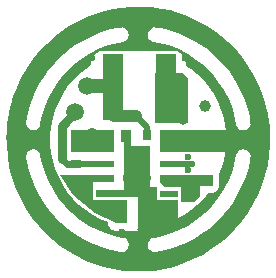
<source format=gtl>
%FSDAX44Y44*%
%MOMM*%
%SFA1B1*%

%IPPOS*%
%ADD10C,0.299999*%
%ADD11R,1.499997X0.599999*%
%ADD12R,2.199996X2.999994*%
%ADD13R,1.699997X5.699989*%
%ADD14R,0.799998X0.899998*%
%ADD15R,0.799998X0.899998*%
%ADD16R,0.899998X1.799996*%
%ADD17R,1.799996X0.899998*%
%ADD18R,0.899998X0.799998*%
%ADD19R,0.899998X0.799998*%
%ADD20C,0.507999*%
%ADD21C,0.761998*%
%ADD22C,1.207998*%
%ADD23C,0.634999*%
%ADD24C,1.015998*%
%ADD25C,1.499997*%
%ADD26C,0.599999*%
%ADD27C,0.999998*%
%ADD28C,1.199998*%
%ADD29C,0.799998*%
%LNTop-1*%
%LPD*%
G36*
X00789272Y00866147D02*
X00797931Y00864782D01*
X00806457Y00862742*
X00814797Y00860038*
X00822898Y00856689*
X00830712Y00852713*
X00838189Y00848137*
X00845284Y00842987*
X00851953Y00837297*
X00858154Y00831101*
X00863850Y00824436*
X00869005Y00817346*
X00873588Y00809872*
X00877570Y00802062*
X00880926Y00793963*
X00883637Y00785626*
X00885685Y00777102*
X00887057Y00768444*
X00887745Y00759704*
Y00755615*
Y00750683*
X00887057Y00741943*
X00885685Y00733285*
X00883637Y00724761*
X00880926Y00716423*
X00877570Y00708325*
X00873588Y00700515*
X00869005Y00693041*
X00863850Y00685951*
X00858154Y00679286*
X00851953Y00673090*
X00845284Y00667400*
X00838189Y00662250*
X00830712Y00657674*
X00822898Y00653698*
X00814797Y00650349*
X00806457Y00647645*
X00797931Y00645605*
X00789272Y00644240*
X00780532Y00643559*
X00776148Y00643562*
X00772000Y00643566*
X00763727Y00644189*
X00755524Y00645425*
X00747435Y00647268*
X00739505Y00649706*
X00731778Y00652727*
X00724297Y00656313*
X00717103Y00660446*
X00710236Y00665101*
X00703734Y00670254*
X00697633Y00675876*
X00691967Y00681935*
X00689366Y00685167*
X00686402Y00688851*
X00681118Y00696696*
X00676517Y00704960*
X00672633Y00713584*
X00669492Y00722506*
X00667119Y00731662*
X00665529Y00740985*
X00664734Y00750410*
X00664737Y00755193*
X00664734Y00759977*
X00665529Y00769402*
X00667119Y00778725*
X00669492Y00787881*
X00672633Y00796803*
X00676517Y00805427*
X00681118Y00813691*
X00686402Y00821535*
X00689366Y00825220*
X00691967Y00828452*
X00697633Y00834511*
X00703734Y00840133*
X00710236Y00845286*
X00717103Y00849941*
X00724297Y00854075*
X00731778Y00857660*
X00739505Y00860681*
X00747435Y00863119*
X00755524Y00864961*
X00763727Y00866198*
X00772000Y00866821*
X00775620Y00866824*
X00776148*
X00780532Y00866828*
X00789272Y00866147*
G37*
%LNTop-2*%
%LPC*%
G36*
X00865213Y00746933D02*
X00865006Y00746887D01*
X00864797Y00746925*
X00862884Y00746510*
X00862709Y00746389*
X00862502Y00746345*
X00860886Y00745239*
X00860770Y00745062*
X00860594Y00744943*
X00859515Y00743310*
X00859475Y00743102*
X00859357Y00742925*
X00859182Y00742055*
X00859117Y00741954*
X00858314Y00737616*
X00856036Y00729107*
X00852884Y00720895*
X00848891Y00713060*
X00844100Y00705685*
X00838563Y00698853*
X00832341Y00692637*
X00825503Y00687106*
X00818124Y00682322*
X00810285Y00678336*
X00802071Y00675193*
X00793560Y00672922*
X00789220Y00672123*
X00788978Y00671966*
X00788252Y00671821*
X00788076Y00671703*
X00787868Y00671663*
X00786235Y00670583*
X00786116Y00670408*
X00785938Y00670292*
X00784833Y00668676*
X00784789Y00668469*
X00784668Y00668294*
X00784254Y00666381*
X00784291Y00666172*
X00784245Y00665965*
X00784582Y00664037*
X00784696Y00663858*
X00784731Y00663649*
X00785771Y00661990*
X00785944Y00661867*
X00786055Y00661686*
X00787644Y00660542*
X00787850Y00660493*
X00788022Y00660368*
X00789924Y00659907*
X00790134Y00659940*
X00790339Y00659889*
X00791308Y00660034*
X00791312Y00660037*
X00791317Y00660035*
X00795001Y00660620*
X00795039Y00660644*
X00795084Y00660637*
X00802338Y00662381*
X00802374Y00662408*
X00802420Y00662404*
X00809514Y00664712*
X00809549Y00664741*
X00809594*
X00816486Y00667598*
X00816518Y00667630*
X00816563Y00667633*
X00823210Y00671022*
X00823239Y00671056*
X00823284Y00671063*
X00829644Y00674962*
X00829671Y00674999*
X00829715Y00675009*
X00835750Y00679395*
X00835774Y00679434*
X00835817Y00679448*
X00841489Y00684293*
X00841510Y00684333*
X00841552Y00684351*
X00846827Y00689626*
X00846844Y00689668*
X00846885Y00689688*
X00851730Y00695361*
X00851744Y00695404*
X00851783Y00695428*
X00856169Y00701463*
X00856179Y00701507*
X00856216Y00701534*
X00860115Y00707894*
X00860122Y00707939*
X00860156Y00707968*
X00863545Y00714615*
X00863548Y00714660*
X00863580Y00714692*
X00866437Y00721584*
Y00721629*
X00866466Y00721664*
X00868774Y00728759*
X00868770Y00728804*
X00868797Y00728840*
X00870541Y00736094*
X00870534Y00736139*
X00870558Y00736177*
X00871143Y00739861*
X00871141Y00739866*
X00871144Y00739871*
X00871289Y00740838*
X00871238Y00741045*
X00871271Y00741254*
X00870810Y00743157*
X00870685Y00743328*
X00870636Y00743534*
X00869491Y00745123*
X00869311Y00745234*
X00869188Y00745407*
X00867529Y00746447*
X00867320Y00746482*
X00867141Y00746596*
X00865213Y00746933*
G37*
G36*
X00687285D02*
X00685357Y00746596D01*
X00685178Y00746482*
X00684969Y00746447*
X00683310Y00745407*
X00683187Y00745234*
X00683007Y00745123*
X00681863Y00743534*
X00681813Y00743328*
X00681688Y00743157*
X00681228Y00741254*
X00681260Y00741045*
X00681209Y00740838*
X00681355Y00739871*
X00681357Y00739866*
X00681355Y00739861*
X00681940Y00736177*
X00681964Y00736139*
X00681957Y00736094*
X00683701Y00728840*
X00683728Y00728804*
X00683724Y00728759*
X00686032Y00721664*
X00686061Y00721629*
Y00721584*
X00688918Y00714692*
X00688950Y00714660*
X00688953Y00714615*
X00692342Y00707968*
X00692376Y00707939*
X00692383Y00707894*
X00696282Y00701534*
X00696319Y00701507*
X00696329Y00701463*
X00700715Y00695428*
X00700754Y00695404*
X00700768Y00695361*
X00705613Y00689688*
X00705654Y00689668*
X00705671Y00689626*
X00710946Y00684351*
X00710988Y00684333*
X00711009Y00684293*
X00716681Y00679448*
X00716724Y00679434*
X00716748Y00679395*
X00722783Y00675009*
X00722827Y00674999*
X00722854Y00674962*
X00729214Y00671063*
X00729259Y00671056*
X00729288Y00671022*
X00735935Y00667633*
X00735980Y00667630*
X00736012Y00667598*
X00742904Y00664741*
X00742950*
X00742984Y00664712*
X00750078Y00662404*
X00750124Y00662408*
X00750160Y00662381*
X00757414Y00660637*
X00757459Y00660644*
X00757497Y00660620*
X00761181Y00660035*
X00761186Y00660037*
X00761190Y00660034*
X00762159Y00659889*
X00762364Y00659940*
X00762574Y00659907*
X00764476Y00660368*
X00764648Y00660493*
X00764854Y00660542*
X00766443Y00661686*
X00766554Y00661867*
X00766727Y00661990*
X00767767Y00663649*
X00767802Y00663858*
X00767916Y00664037*
X00768253Y00665965*
X00768207Y00666172*
X00768244Y00666381*
X00767830Y00668294*
X00767709Y00668469*
X00767665Y00668676*
X00766560Y00670292*
X00766382Y00670408*
X00766263Y00670583*
X00764630Y00671663*
X00764422Y00671703*
X00764246Y00671821*
X00763520Y00671966*
X00763278Y00672123*
X00758938Y00672922*
X00750427Y00675193*
X00742213Y00678336*
X00734374Y00682322*
X00726995Y00687106*
X00720157Y00692637*
X00713935Y00698852*
X00708398Y00705685*
X00703607Y00713060*
X00699614Y00720895*
X00696462Y00729107*
X00694184Y00737616*
X00693381Y00741954*
X00693316Y00742055*
X00693141Y00742925*
X00693023Y00743102*
X00692983Y00743310*
X00691904Y00744943*
X00691728Y00745062*
X00691612Y00745239*
X00689996Y00746345*
X00689789Y00746389*
X00689614Y00746510*
X00687701Y00746925*
X00687492Y00746887*
X00687285Y00746933*
G37*
G36*
X00762159Y00850109D02*
X00761190Y00849964D01*
X00761186Y00849961*
X00761181Y00849963*
X00757497Y00849378*
X00757459Y00849354*
X00757414Y00849361*
X00750160Y00847617*
X00750124Y00847590*
X00750078Y00847594*
X00742984Y00845286*
X00742950Y00845257*
X00742904*
X00736012Y00842400*
X00735980Y00842368*
X00735935Y00842365*
X00729288Y00838976*
X00729259Y00838942*
X00729214Y00838935*
X00722854Y00835036*
X00722827Y00834999*
X00722783Y00834989*
X00716748Y00830603*
X00716724Y00830564*
X00716681Y00830550*
X00711009Y00825705*
X00710988Y00825665*
X00710946Y00825647*
X00705671Y00820372*
X00705654Y00820330*
X00705613Y00820309*
X00700768Y00814637*
X00700754Y00814594*
X00700715Y00814570*
X00696329Y00808535*
X00696319Y00808491*
X00696282Y00808464*
X00692383Y00802104*
X00692376Y00802059*
X00692342Y00802029*
X00688953Y00795383*
X00688950Y00795338*
X00688918Y00795306*
X00686061Y00788414*
Y00788369*
X00686032Y00788334*
X00683724Y00781239*
X00683728Y00781194*
X00683701Y00781158*
X00681957Y00773904*
X00681964Y00773859*
X00681940Y00773821*
X00681355Y00770137*
X00681357Y00770132*
X00681355Y00770128*
X00681209Y00769160*
X00681260Y00768954*
X00681228Y00768744*
X00681688Y00766841*
X00681813Y00766670*
X00681863Y00766464*
X00683007Y00764875*
X00683187Y00764764*
X00683310Y00764591*
X00684969Y00763551*
X00685178Y00763516*
X00685357Y00763402*
X00687285Y00763065*
X00687492Y00763111*
X00687701Y00763073*
X00689614Y00763488*
X00689789Y00763609*
X00689996Y00763653*
X00691612Y00764758*
X00691728Y00764936*
X00691904Y00765055*
X00692983Y00766688*
X00693023Y00766896*
X00693141Y00767073*
X00693316Y00767943*
X00693381Y00768044*
X00694184Y00772383*
X00696462Y00780892*
X00699614Y00789103*
X00703607Y00796938*
X00708398Y00804313*
X00713935Y00811145*
X00720157Y00817361*
X00726995Y00822892*
X00734374Y00827676*
X00742213Y00831662*
X00750427Y00834805*
X00758938Y00837076*
X00763278Y00837875*
X00763520Y00838032*
X00764246Y00838177*
X00764422Y00838295*
X00764630Y00838335*
X00766263Y00839414*
X00766382Y00839590*
X00766560Y00839706*
X00767665Y00841322*
X00767709Y00841529*
X00767830Y00841704*
X00768244Y00843617*
X00768207Y00843826*
X00768253Y00844033*
X00767916Y00845961*
X00767802Y00846140*
X00767767Y00846349*
X00766727Y00848008*
X00766554Y00848131*
X00766443Y00848312*
X00764854Y00849456*
X00764648Y00849505*
X00764476Y00849630*
X00762574Y00850091*
X00762364Y00850058*
X00762159Y00850109*
G37*
G36*
X00776123Y00831038D02*
X00775654Y00830564D01*
X00746580*
X00744027Y00829988*
X00741663Y00828864*
X00739605Y00827248*
X00737952Y00825218*
X00736787Y00822875*
X00736167Y00820332*
X00736127Y00818117*
X00731608Y00815073*
X00725986Y00810428*
X00720845Y00805256*
X00716235Y00799605*
X00712199Y00793531*
X00708776Y00787091*
X00706000Y00780347*
X00703896Y00773364*
X00702485Y00766209*
X00701780Y00758952*
X00701705Y00755744*
X00701435Y00755190*
X00701705Y00754625*
X00701780Y00751436*
X00702485Y00744177*
X00703896Y00737022*
X00706000Y00730040*
X00708776Y00723296*
X00712199Y00716856*
X00716235Y00710782*
X00720845Y00705131*
X00725986Y00699959*
X00731608Y00695313*
X00737657Y00691240*
X00744076Y00687778*
X00750373Y00685140*
Y00684295*
X00750642Y00682942*
X00751170Y00681668*
X00751935Y00680522*
X00752911Y00679547*
X00754057Y00678781*
X00755331Y00678253*
X00756683Y00677984*
X00776299*
Y00678388*
X00775511Y00678942*
Y00679239*
X00775652Y00679819*
X00775950Y00680501*
X00776299*
Y00706249*
X00740749*
Y00712499*
X00764249*
Y00752999*
X00761499*
Y00763499*
X00769749*
Y00750062*
X00786249*
Y00714999*
X00792499*
Y00703749*
X00809749*
Y00688559*
X00814653Y00691197*
X00820707Y00695263*
X00826334Y00699902*
X00831480Y00705069*
X00835513Y00709999*
X00838229*
X00839582Y00710268*
X00840856Y00710796*
X00842002Y00711562*
X00842977Y00712537*
X00843743Y00713683*
X00844271Y00714957*
X00844540Y00716310*
Y00725568*
X00846354Y00729959*
X00848466Y00736939*
X00849885Y00744093*
X00849925Y00744499*
X00794749*
Y00763499*
X00850160*
X00849885Y00766295*
X00848466Y00773448*
X00846354Y00780428*
X00843570Y00787168*
X00840140Y00793604*
X00836097Y00799673*
X00831480Y00805319*
X00826334Y00810485*
X00820707Y00815124*
X00816855Y00817711*
X00816856Y00817715*
X00816810Y00820332*
X00816189Y00822875*
X00815024Y00825218*
X00813372Y00827248*
X00811313Y00828864*
X00808949Y00829988*
X00806396Y00830564*
X00776645*
X00776344Y00830751*
X00776123Y00831038*
G37*
G36*
X00790339Y00850109D02*
X00790134Y00850058D01*
X00789924Y00850091*
X00788022Y00849630*
X00787850Y00849505*
X00787644Y00849456*
X00786055Y00848312*
X00785944Y00848131*
X00785771Y00848008*
X00784731Y00846349*
X00784696Y00846140*
X00784582Y00845961*
X00784245Y00844033*
X00784291Y00843826*
X00784254Y00843617*
X00784668Y00841704*
X00784789Y00841529*
X00784833Y00841322*
X00785938Y00839706*
X00786116Y00839590*
X00786235Y00839414*
X00787868Y00838335*
X00788076Y00838295*
X00788252Y00838177*
X00788978Y00838032*
X00789220Y00837875*
X00793560Y00837076*
X00802071Y00834805*
X00810285Y00831662*
X00818124Y00827676*
X00825503Y00822892*
X00832341Y00817361*
X00838563Y00811146*
X00844100Y00804313*
X00848891Y00796938*
X00852884Y00789103*
X00856036Y00780892*
X00858314Y00772383*
X00859117Y00768044*
X00859182Y00767943*
X00859357Y00767073*
X00859475Y00766896*
X00859515Y00766688*
X00860594Y00765055*
X00860770Y00764936*
X00860886Y00764758*
X00862502Y00763653*
X00862709Y00763609*
X00862884Y00763488*
X00864797Y00763073*
X00865006Y00763111*
X00865213Y00763065*
X00867141Y00763402*
X00867320Y00763516*
X00867529Y00763551*
X00869188Y00764591*
X00869311Y00764764*
X00869491Y00764875*
X00870636Y00766464*
X00870685Y00766670*
X00870810Y00766841*
X00871271Y00768744*
X00871238Y00768954*
X00871289Y00769160*
X00871144Y00770128*
X00871141Y00770132*
X00871143Y00770137*
X00870558Y00773821*
X00870534Y00773859*
X00870541Y00773904*
X00868797Y00781158*
X00868770Y00781194*
X00868774Y00781239*
X00866466Y00788334*
X00866437Y00788369*
Y00788414*
X00863580Y00795306*
X00863548Y00795338*
X00863545Y00795383*
X00860156Y00802029*
X00860122Y00802059*
X00860115Y00802104*
X00856216Y00808464*
X00856179Y00808491*
X00856169Y00808535*
X00851783Y00814570*
X00851744Y00814594*
X00851730Y00814637*
X00846885Y00820309*
X00846844Y00820330*
X00846827Y00820372*
X00841552Y00825647*
X00841510Y00825665*
X00841489Y00825705*
X00835817Y00830550*
X00835774Y00830564*
X00835750Y00830603*
X00829715Y00834989*
X00829671Y00834999*
X00829644Y00835036*
X00823284Y00838935*
X00823239Y00838942*
X00823210Y00838976*
X00816563Y00842365*
X00816518Y00842368*
X00816486Y00842400*
X00809594Y00845257*
X00809549*
X00809514Y00845286*
X00802420Y00847594*
X00802374Y00847590*
X00802338Y00847617*
X00795084Y00849361*
X00795039Y00849354*
X00795001Y00849378*
X00791317Y00849963*
X00791312Y00849961*
X00791308Y00849964*
X00790339Y00850109*
G37*
%LNTop-3*%
%LPD*%
G36*
X00755749Y00719125D02*
X00737999D01*
Y00703749*
X00766499*
Y00684499*
X00757249*
X00739639Y00693304*
X00721371Y00707866*
X00710194Y00725125*
X00755749*
Y00719125*
G37*
G36*
X00813999Y00811499D02*
X00818749Y00806749D01*
Y00768999*
X00790749*
Y00811499*
X00813999*
G37*
G36*
X00755749Y00744375D02*
X00719249D01*
Y00763499*
X00755749*
Y00744375*
G37*
G36*
X00809999Y00724749D02*
X00839749D01*
Y00715749*
X00828749*
Y00707499*
X00823749Y00702499*
X00812499*
Y00714999*
X00797999*
X00794749Y00718999*
Y00724999*
X00809749*
X00809999Y00724749*
G37*
G54D10*
X00770375Y00865883D02*
D01*
X00762727Y00865207*
X00755145Y00863998*
X00747666Y00862263*
X00740325Y00860011*
X00733160Y00857252*
X00726205Y00854001*
X00719493Y00850271*
X00713059Y00846083*
X00706931Y00841457*
X00701142Y00836414*
X00695718Y00830979*
X00690686Y00825179*
X00686072Y00819043*
X00681897Y00812599*
X00678181Y00805880*
X00674943Y00798919*
X00672199Y00791748*
X00669962Y00784403*
X00668242Y00776920*
X00667048Y00769336*
X00666387Y00761686*
X00666242Y00756040*
X00886242D02*
D01*
X00885974Y00763713*
X00885172Y00771349*
X00883839Y00778911*
X00881981Y00786360*
X00879609Y00793663*
X00876732Y00800781*
X00873367Y00807682*
X00869528Y00814331*
X00865234Y00820697*
X00860507Y00826747*
X00855370Y00832453*
X00849847Y00837786*
X00843965Y00842721*
X00837753Y00847235*
X00831242Y00851303*
X00824463Y00854908*
X00817449Y00858031*
X00810234Y00860657*
X00802854Y00862773*
X00795344Y00864369*
X00787741Y00865438*
X00780081Y00865973*
X00772403*
X00770375Y00865883*
G54D11*
X00748249Y00709325D03*
Y00722025D03*
Y00734725D03*
Y00747425D03*
X00802249Y00709325D03*
Y00722025D03*
Y00734725D03*
Y00747425D03*
G54D12*
X00775249Y00728375D03*
G54D13*
X00799999Y00799999D03*
X00754999D03*
G54D14*
X00750379Y00758998D03*
X00783629D03*
G54D15*
X00765619Y00758999D03*
X00798869D03*
G54D16*
X00762000Y00692748D03*
X00790999D03*
G54D17*
X00830248Y00720499D03*
Y00749499D03*
G54D18*
X00723749Y00734879D03*
G54D19*
X00723748Y00750119D03*
G54D20*
X00723749Y00734755D02*
X00726963D01*
X00726993Y00734725*
X00748249*
X00783590Y00759204D02*
Y00765810D01*
X00774149Y00775249*
X00798963Y00747425D02*
X00802249D01*
Y00734725D02*
X00802273Y00734749D01*
X00813999*
X00821999*
X00813499Y00771499D02*
X00813999Y00771999D01*
X00813499Y00771499D02*
X00803749D01*
X00799993Y00775255*
Y00797560*
G54D21*
X00711249Y00738999D02*
Y00766499D01*
X00722999Y00778249*
G54D22*
X00752453Y00800100D02*
X00732536D01*
G54D23*
X00715499Y00734749D02*
X00723743D01*
X00723749Y00734755*
X00715499Y00734749D02*
X00711249Y00738999D01*
G54D24*
X00774149Y00775249D02*
X00755447D01*
G54D25*
X00725749Y00716749D03*
X00722999Y00778249D03*
X00732536Y00800100D03*
G54D26*
X00725212Y00694175D03*
X00736549Y00686237D03*
X00715425Y00703962D03*
X00748702Y00680549D03*
X00762461Y00676805D03*
X00775511Y00675193D03*
X00790037Y00676805D03*
X00803063Y00681327D03*
X00815949Y00686237D03*
X00827286Y00694175D03*
X00837073Y00703962D03*
X00850861Y00727843D03*
X00854443Y00741211D03*
X00855649Y00755193D03*
X00846249Y00758499D03*
X00839749D03*
X00846249Y00748999D03*
X00854443Y00768787D03*
X00850861Y00782155D03*
X00844737Y00794967D03*
X00827286Y00815823D03*
X00815607Y00824047D03*
X00837073Y00806036D03*
X00790037Y00833193D03*
X00812499Y00807349D03*
Y00800449D03*
Y00793549D03*
Y00786649D03*
Y00779749D03*
Y00760499D03*
X00813999Y00734749D03*
X00821999D03*
X00817999Y00729249D03*
X00817749Y00719249D03*
X00817999Y00739999D03*
X00814249Y00747499D03*
X00814499Y00753999D03*
X00833249Y00758499D03*
X00805749Y00695999D03*
X00787999Y00709875D03*
X00784749Y00722999D03*
X00774749Y00715249D03*
X00765749Y00722999D03*
X00764749Y00709749D03*
X00779999Y00698500D03*
X00779749Y00687249D03*
X00745999Y00696999D03*
X00734249Y00748499D03*
X00723249Y00759249D03*
X00698055Y00768787D03*
X00701637Y00782155D03*
X00696850Y00755304D03*
X00698055Y00741211D03*
X00701637Y00727843D03*
X00707487Y00715299D03*
X00715425Y00806036D03*
X00737370Y00824047D03*
X00762461Y00833193D03*
X00725212Y00815823D03*
X00707487Y00794699D03*
G54D27*
X00832487Y00783217D03*
G54D28*
X00737362Y00759206D03*
G54D29*
X00819249Y00706999D03*
X00813999Y00771999D03*
M02*
</source>
